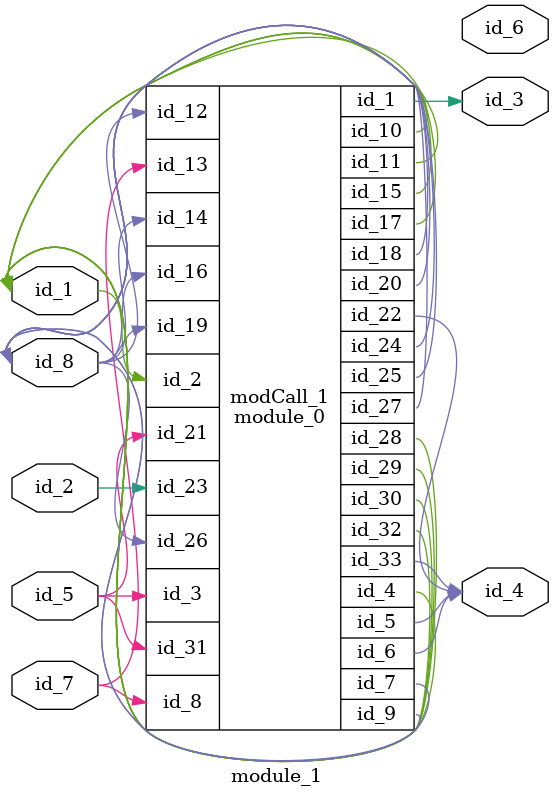
<source format=v>
module module_0 (
    id_1,
    id_2,
    id_3,
    id_4,
    id_5,
    id_6,
    id_7,
    id_8,
    id_9,
    id_10,
    id_11,
    id_12,
    id_13,
    id_14,
    id_15,
    id_16,
    id_17,
    id_18,
    id_19,
    id_20,
    id_21,
    id_22,
    id_23,
    id_24,
    id_25,
    id_26,
    id_27,
    id_28,
    id_29,
    id_30,
    id_31,
    id_32,
    id_33
);
  output wire id_33;
  inout wire id_32;
  input wire id_31;
  inout wire id_30;
  inout wire id_29;
  inout wire id_28;
  inout wire id_27;
  input wire id_26;
  output wire id_25;
  inout wire id_24;
  input wire id_23;
  output wire id_22;
  input wire id_21;
  inout wire id_20;
  input wire id_19;
  inout wire id_18;
  inout wire id_17;
  input wire id_16;
  inout wire id_15;
  input wire id_14;
  input wire id_13;
  input wire id_12;
  inout wire id_11;
  inout wire id_10;
  inout wire id_9;
  input wire id_8;
  inout wire id_7;
  output wire id_6;
  output wire id_5;
  inout wire id_4;
  input wire id_3;
  input wire id_2;
  output wire id_1;
  wire id_34;
  wire id_35;
endmodule
module module_1 (
    id_1,
    id_2,
    id_3,
    id_4,
    id_5,
    id_6,
    id_7,
    id_8
);
  inout wire id_8;
  input wire id_7;
  output wire id_6;
  input wire id_5;
  output wire id_4;
  output wire id_3;
  input wire id_2;
  inout wire id_1;
  module_0 modCall_1 (
      id_3,
      id_1,
      id_5,
      id_1,
      id_4,
      id_4,
      id_8,
      id_7,
      id_8,
      id_1,
      id_1,
      id_8,
      id_7,
      id_8,
      id_1,
      id_8,
      id_1,
      id_8,
      id_8,
      id_8,
      id_5,
      id_4,
      id_2,
      id_8,
      id_8,
      id_8,
      id_8,
      id_1,
      id_1,
      id_1,
      id_5,
      id_1,
      id_4
  );
endmodule

</source>
